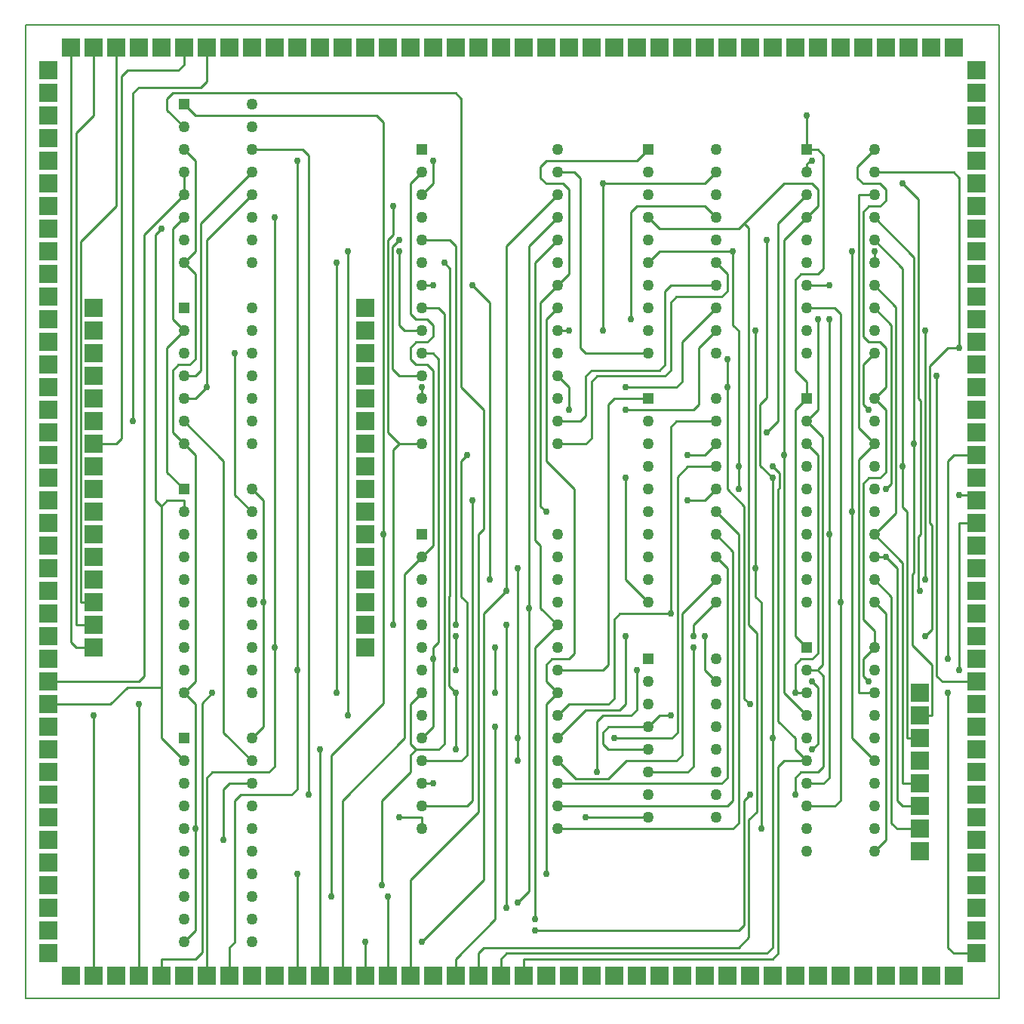
<source format=gbr>
G04 PROTEUS GERBER X2 FILE*
%TF.GenerationSoftware,Labcenter,Proteus,8.13-SP0-Build31525*%
%TF.CreationDate,2022-07-19T01:12:19+00:00*%
%TF.FileFunction,Copper,L2,Bot*%
%TF.FilePolarity,Positive*%
%TF.Part,Single*%
%TF.SameCoordinates,{d59f61b6-e7c8-4c59-9098-5d1a923f3759}*%
%FSLAX45Y45*%
%MOMM*%
G01*
%TA.AperFunction,Conductor*%
%ADD10C,0.254000*%
%TA.AperFunction,ViaPad*%
%ADD11C,0.762000*%
%TA.AperFunction,ComponentPad*%
%ADD12R,2.032000X2.032000*%
%TA.AperFunction,ComponentPad*%
%ADD13R,1.270000X1.270000*%
%ADD14C,1.270000*%
%TA.AperFunction,Profile*%
%ADD15C,0.203200*%
%TD.AperFunction*%
D10*
X-1270000Y+2794000D02*
X-1346200Y+2717800D01*
X-1346200Y+1346200D01*
X-1270000Y+1270000D01*
X-1016000Y+1270000D01*
X+1333500Y+1905000D02*
X+1333500Y+3111500D01*
X+1397000Y+3175000D01*
X+2159000Y+3175000D01*
X+2286000Y+3048000D01*
X-1016000Y+1143000D02*
X-1016000Y+1016000D01*
X+508000Y+508000D02*
X+825500Y+508000D01*
X+889000Y+571500D01*
X+889000Y+1206500D01*
X+952500Y+1270000D01*
X+1714500Y+1270000D01*
X+1778000Y+1333500D01*
X+1778000Y+2095500D01*
X+1841500Y+2159000D01*
X+2349500Y+2159000D01*
X+2413000Y+2222500D01*
X+2413000Y+2413000D01*
X+2286000Y+2540000D01*
X+508000Y+762000D02*
X+762000Y+762000D01*
X+825500Y+825500D01*
X+825500Y+1270000D01*
X+889000Y+1333500D01*
X+1651000Y+1333500D01*
X+1714500Y+1397000D01*
X+1714500Y+2222500D01*
X+1778000Y+2286000D01*
X+2286000Y+2286000D01*
X+1270000Y+1143000D02*
X+1841500Y+1143000D01*
X+1905000Y+1206500D01*
X+1905000Y+1651000D01*
X+2286000Y+2032000D01*
X+1270000Y+889000D02*
X+2032000Y+889000D01*
X+2095500Y+952500D01*
X+2095500Y+1587500D01*
X+2286000Y+1778000D01*
X+635000Y+889000D02*
X+635000Y+1143000D01*
X+508000Y+1270000D01*
X-508000Y+381000D02*
X-571500Y+317500D01*
X-571500Y-1206500D01*
X-508000Y-1270000D01*
X-508000Y-2984500D01*
X-571500Y-3048000D01*
X-1016000Y-3048000D01*
X+1968500Y+381000D02*
X+2158999Y+381000D01*
X+2286000Y+508000D01*
X+2286000Y+508001D01*
X+1143000Y-2794000D02*
X+1790700Y-2794000D01*
X+1854200Y-2730500D01*
X+1854200Y+139700D01*
X+1968500Y+254000D01*
X+2286000Y+254000D01*
X-889000Y-3302000D02*
X-1016000Y-3302000D01*
X-444500Y-127000D02*
X-444500Y-3492500D01*
X-508000Y-3556000D01*
X-1016000Y-3556000D01*
X+1968500Y-127000D02*
X+2159000Y-127000D01*
X+2286000Y+0D01*
X+508000Y-3810000D02*
X+2476500Y-3810000D01*
X+2540000Y-3746500D01*
X+2540000Y-508000D01*
X+2286000Y-254000D01*
X+2286000Y-508000D02*
X+2476500Y-698500D01*
X+2476500Y-3492500D01*
X+2413000Y-3556000D01*
X+508000Y-3556000D01*
X+2286000Y-762000D02*
X+2413000Y-889000D01*
X+2413000Y-3238500D01*
X+2349500Y-3302000D01*
X+508000Y-3302000D01*
X+2286000Y-1016000D02*
X+1905000Y-1397000D01*
X+1905000Y-2984500D01*
X+1841500Y-3048000D01*
X+1282700Y-3048000D01*
X+1079500Y-3251200D01*
X+711200Y-3251200D01*
X+508000Y-3048000D01*
X+1270000Y-1651000D02*
X+1270000Y-2413000D01*
X+1206500Y-2476500D01*
X+825500Y-2476500D01*
X+508000Y-2794000D01*
X+2032000Y-1651000D02*
X+2032000Y-1524000D01*
X+2286000Y-1270000D01*
X-889000Y-1905000D02*
X-889000Y-1778000D01*
X-825500Y-1714500D01*
X-825500Y+1460500D01*
X-889000Y+1524000D01*
X-1016000Y+1524000D01*
X-1016000Y-2794000D02*
X-889000Y-2667000D01*
X-889000Y-1905000D01*
X+508000Y-2286000D02*
X+381000Y-2159000D01*
X+381000Y-1968500D01*
X+444500Y-1905000D01*
X+635000Y-1905000D01*
X+698500Y-1841500D01*
X+698500Y+0D01*
X+381000Y+317500D01*
X+381000Y+1905000D01*
X+508000Y+2032000D01*
X-2413000Y-4318000D02*
X-2413000Y-5461000D01*
X+508000Y-2286000D02*
X+381000Y-2413000D01*
X+381000Y-4318000D01*
X-635000Y-2286000D02*
X-635000Y-2921000D01*
X-2159000Y-2921000D02*
X-2159000Y-5461000D01*
X-190500Y-2286000D02*
X-190500Y-1778000D01*
X-635000Y-2286000D02*
X-711200Y-2209800D01*
X-711200Y-1206500D01*
X-698500Y-1193800D01*
X-698500Y+2476500D01*
X-762000Y+2540000D01*
X-1016000Y-762000D02*
X-1206500Y-952500D01*
X-1206500Y-2794000D01*
X-1905000Y-3492500D01*
X-1905000Y-5461000D01*
X-1016000Y-762000D02*
X-889000Y-635000D01*
X-889000Y+1333500D01*
X-952500Y+1397000D01*
X-1079500Y+1397000D01*
X-1143000Y+1460500D01*
X-1143000Y+1587500D01*
X-1079500Y+1651000D01*
X-952500Y+1651000D01*
X-889000Y+1714500D01*
X-889000Y+1841500D01*
X-952500Y+1905000D01*
X-1079500Y+1905000D01*
X-1143000Y+1968500D01*
X-1143000Y+3429000D01*
X-1016000Y+3556000D01*
X-63500Y-1016000D02*
X-63500Y+2730501D01*
X+508000Y+3302000D01*
X+508000Y+3302001D01*
X-63500Y-1016000D02*
X-63500Y-1143000D01*
X-1016000Y-5080000D02*
X-317500Y-4381500D01*
X-317500Y-1397000D01*
X-63500Y-1143000D01*
X-1651000Y-5080000D02*
X-1651000Y-5461000D01*
X-1447801Y-508000D02*
X-1447801Y+4114801D01*
X-1524000Y+4191000D01*
X-3556000Y+4191000D01*
X-3683000Y+4318000D01*
X-1447801Y-508000D02*
X-1447801Y-2400301D01*
X-2032000Y-2984500D01*
X-2032000Y-4572000D01*
X-1397000Y-4572000D02*
X-1397000Y-5461000D01*
X-1143000Y-5461000D02*
X-1143000Y-4381500D01*
X-381000Y-3619500D01*
X-381000Y-508000D01*
X-317500Y-444500D01*
X-317500Y+889000D01*
X-571500Y+1143000D01*
X-571500Y+4381500D01*
X-635000Y+4445000D01*
X-3810000Y+4445000D01*
X-3873500Y+4381500D01*
X-3873500Y+4254500D01*
X-3683000Y+4064000D01*
X-1270000Y+2667000D02*
X-1270000Y+1841500D01*
X-1206500Y+1778000D01*
X-1016000Y+1778000D01*
X-1841500Y-2540000D02*
X-1841500Y+2667000D01*
X-4699000Y-2540000D02*
X-4699000Y-5461000D01*
X-1079500Y-2921000D02*
X-825500Y-2921000D01*
X-762000Y-2857500D01*
X-762000Y+1968500D01*
X-825500Y+2032000D01*
X-1016000Y+2032000D01*
X-1016000Y-2286000D02*
X-1143000Y-2413000D01*
X-1143000Y-2857500D01*
X-1079500Y-2921000D01*
X-1143000Y-2984500D01*
X-1143000Y-3175000D01*
X-1460500Y-3492500D01*
X-1460500Y-4445000D01*
X-4191000Y-2413000D02*
X-4191000Y-5461000D01*
X-444500Y+2286000D02*
X-254000Y+2095500D01*
X-254000Y-1016000D01*
X-889000Y+2286000D02*
X-1016000Y+2286000D01*
X-635000Y-1651000D02*
X-635000Y-2032000D01*
X-3365500Y-2286000D02*
X-3479800Y-2400300D01*
X-3479800Y-5194300D01*
X-3556000Y-5270500D01*
X-3937000Y-5270500D01*
X-3937000Y-5461000D01*
X-1968500Y-2286000D02*
X-1968500Y+2540000D01*
X-635000Y-1524000D02*
X-635000Y+2730500D01*
X-698500Y+2794000D01*
X-1016000Y+2794000D01*
X-63500Y-4699000D02*
X-63500Y-1524000D01*
X-2667000Y-1778000D02*
X-2667000Y-3111500D01*
X-2730500Y-3175000D01*
X-3365500Y-3175000D01*
X-3429000Y-3238500D01*
X-3429000Y-5461000D01*
X-2667000Y-1778000D02*
X-2667000Y+3048000D01*
X-2413000Y-2032000D02*
X-2413000Y-3365500D01*
X-2476500Y-3429000D01*
X-3048000Y-3429000D01*
X-3111500Y-3492500D01*
X-3111500Y-5080000D01*
X-3175000Y-5143500D01*
X-3175000Y-5461000D01*
X-2413000Y-1905000D02*
X-2413000Y+3683000D01*
X-889000Y+3683000D02*
X-889000Y+3429000D01*
X-1016000Y+3302000D01*
X-2413000Y-1905000D02*
X-2413000Y-2032000D01*
X+190500Y-1333500D02*
X+190500Y+2730501D01*
X+508000Y+3048000D01*
X+508000Y+3048001D01*
X+190500Y-1460500D02*
X+190500Y-1333500D01*
X+190500Y-1460500D02*
X+190500Y-4508500D01*
X+63500Y-4635500D01*
X+508000Y-1524000D02*
X+317500Y-1333499D01*
X+317500Y-635000D01*
X+254000Y-571500D01*
X+254000Y+2540001D01*
X+508000Y+2794000D01*
X+508000Y+2794001D01*
X+508000Y-1523999D02*
X+508000Y-1524000D01*
X+254000Y-1777999D01*
X+254000Y-4826000D01*
X+3302000Y+762000D02*
X+3479800Y+584200D01*
X+3479800Y-1968500D01*
X+3429000Y-2019300D01*
X+3429000Y-2032000D01*
X+3175000Y-3429000D02*
X+3175000Y-3238500D01*
X+3238500Y-3175000D01*
X+3429000Y-3175000D01*
X+3492500Y-3111500D01*
X+3492500Y-2095500D01*
X+3429000Y-2032000D01*
X+3302000Y-2032000D01*
X+3302000Y+762000D02*
X+3429000Y+889000D01*
X+3429000Y+1905000D01*
X+3302000Y+3556000D02*
X+3302000Y+3644900D01*
X+3340100Y+3683000D01*
X+3365500Y+3683000D01*
X+2667000Y-3429000D02*
X+2603500Y-3492500D01*
X+2603500Y-4889500D01*
X+2540000Y-4953000D01*
X+254000Y-4953000D01*
X+3302000Y+3302000D02*
X+2984500Y+2984500D01*
X+2984500Y+762000D01*
X+2857500Y+635000D01*
X+3302000Y+508000D02*
X+3429000Y+381000D01*
X+3429000Y-1841500D01*
X+3365500Y-1905000D01*
X+3238500Y-1905000D01*
X+3175000Y-1968500D01*
X+3175000Y-2286000D01*
X+3302000Y-2286000D01*
X-190500Y-2667000D02*
X-190500Y-4826000D01*
X-635000Y-5270500D01*
X-635000Y-5461000D01*
X+2603500Y+2984500D02*
X+2540000Y+2921000D01*
X+1651000Y+2921000D01*
X+1524000Y+3048000D01*
X+3048000Y+381000D02*
X+3048000Y-2286000D01*
X+3302000Y-2540000D01*
X+3302000Y+3048000D02*
X+3048000Y+2794000D01*
X+3048000Y+381000D01*
X+3302000Y+3048000D02*
X+3429000Y+3175000D01*
X+3429000Y+3365500D01*
X+3365500Y+3429000D01*
X+3048000Y+3429000D01*
X+2603500Y+2984500D01*
X+2654300Y+2933700D01*
X+2654300Y-1524000D01*
X+2743200Y-1612900D01*
X+2743200Y-3619500D01*
X+2654300Y-3708400D01*
X+2654300Y-5029200D01*
X+2540000Y-5143500D01*
X-317500Y-5143500D01*
X-381000Y-5207000D01*
X-381000Y-5461000D01*
X+2921000Y-2921000D02*
X+2921000Y-5143500D01*
X+2857500Y-5207000D01*
X-63500Y-5207000D01*
X-127000Y-5270500D01*
X-127000Y-5461000D01*
X+2921000Y+127000D02*
X+2781300Y+266700D01*
X+2781300Y+952500D01*
X+2857500Y+1028700D01*
X+2857500Y+2794000D01*
X+2921000Y-2921000D02*
X+2921000Y-2794000D01*
X+2921000Y+127000D02*
X+2921000Y-2794000D01*
X+3302000Y-3048000D02*
X+3048000Y-3048000D01*
X+2984500Y-3111500D01*
X+2984500Y-5207000D01*
X+2921000Y-5270500D01*
X+127000Y-5270500D01*
X+127000Y-5461000D01*
X+3302000Y-3048000D02*
X+3175000Y-2921000D01*
X+3175000Y-2794000D01*
X+2984500Y-2603500D01*
X+2984500Y-254000D01*
X+2540000Y+0D02*
X+2540000Y+254000D01*
X+2476500Y+2667000D02*
X+1651000Y+2667000D01*
X+1524000Y+2540000D01*
X+2984500Y-254000D02*
X+2984500Y+0D01*
X+2997200Y+12700D01*
X+2997200Y+177800D01*
X+2921000Y+254000D01*
X+2476500Y+2667000D02*
X+2476500Y+1841500D01*
X+2540000Y+1778000D01*
X+2540000Y+254000D01*
X+3302000Y-3302000D02*
X+3492500Y-3302000D01*
X+3556000Y-3238500D01*
X+3556000Y-508000D01*
X+3556000Y+1905000D01*
X+3302000Y+2286000D02*
X+3556000Y+2286000D01*
X+3302000Y+2032000D02*
X+3619500Y+2032000D01*
X+3683000Y+1968500D01*
X+3683000Y-1270000D01*
X+3302000Y-3556000D02*
X+3619500Y-3556000D01*
X+3683000Y-3492500D01*
X+3683000Y-1270000D01*
X+2730500Y-889000D02*
X+2730500Y-1206500D01*
X+2794000Y-1270000D01*
X+2794000Y-3810000D01*
X+2730500Y-889000D02*
X+2730500Y+1778000D01*
X+4064000Y+508000D02*
X+3886200Y+330201D01*
X+3886200Y-2285999D01*
X+4064000Y-2286000D01*
X+4064000Y-2285999D01*
X+4064000Y+508001D02*
X+4064000Y+508000D01*
X+3886200Y+685801D01*
X+3886200Y+3302001D01*
X+4064000Y+3302000D01*
X+4064000Y+3302001D01*
X+4508500Y+508000D02*
X+4508500Y+2603500D01*
X+4064000Y+3048000D01*
X+4572000Y-2540000D02*
X+4711700Y-2540000D01*
X+4711700Y-1968500D01*
X+4489450Y-1746250D01*
X+4489450Y-952500D01*
X+4508500Y-933450D01*
X+4508500Y+508000D01*
X+4381500Y+254000D02*
X+4381500Y+2476500D01*
X+4064000Y+2794000D01*
X+4572000Y-2794000D02*
X+4432300Y-2794000D01*
X+4432300Y-254000D01*
X+4381500Y-203200D01*
X+4381500Y+254000D01*
X+4064000Y-3048000D02*
X+3810000Y-2794000D01*
X+3810000Y-381000D01*
X+3810000Y-254000D01*
X+3810000Y+2667000D02*
X+3810000Y-254000D01*
X+4064000Y+2667000D02*
X+4064000Y+2540000D01*
X+4064000Y-508000D02*
X+4381500Y-825500D01*
X+4381500Y-3302000D01*
X+4572000Y-3302000D01*
X+4064000Y-508000D02*
X+4305300Y-266700D01*
X+4305300Y+2044700D01*
X+4064000Y+2286000D01*
X+4191000Y+0D02*
X+4254500Y+63500D01*
X+4254500Y+1841500D01*
X+4064000Y+2032000D01*
X+4191000Y-762000D02*
X+4064000Y-762000D01*
X+4572000Y-3556000D02*
X+4381500Y-3556000D01*
X+4318000Y-3492500D01*
X+4318000Y-889000D01*
X+4191000Y-762000D01*
X+4064000Y-1016000D02*
X+4254500Y-1206500D01*
X+4254500Y-3746500D01*
X+4318000Y-3810000D01*
X+4572000Y-3810000D01*
X+4635500Y-1016000D02*
X+4635500Y+1778000D01*
X+4000500Y+889000D02*
X+3937000Y+952500D01*
X+3937000Y+1397000D01*
X+4064000Y+1524000D01*
X+4064000Y-1270000D02*
X+4191000Y-1397000D01*
X+4191000Y-3937000D01*
X+4064000Y-4064000D01*
X-3683000Y+2540000D02*
X-3556000Y+2413000D01*
X-3556000Y+1460500D01*
X-3619500Y+1397000D01*
X-3746500Y+1397000D01*
X-3810000Y+1333500D01*
X-3810000Y+635000D01*
X-3683000Y+508000D01*
X-3556000Y-3810000D02*
X-3556000Y-4953000D01*
X-3683000Y-5080000D01*
X-3683000Y-2286000D02*
X-3556000Y-2413000D01*
X-3556000Y-3810000D01*
X-3683000Y+508000D02*
X-3556000Y+381000D01*
X-3556000Y-2159000D01*
X-3683000Y-2286000D01*
X-3683000Y+2540000D02*
X-3556000Y+2667000D01*
X-3556000Y+3683000D01*
X-3683000Y+3810000D01*
X+508000Y+3556001D02*
X+508000Y+3556000D01*
X+698499Y+3556001D01*
X+762000Y+3492500D01*
X+762000Y+1587500D01*
X+825500Y+1524000D01*
X+1524000Y+1524000D01*
X-1270000Y+508000D02*
X-1397000Y+635000D01*
X-1397000Y+2794000D01*
X-1333500Y+2857500D01*
X-1333500Y+3175000D01*
X+1524000Y-3683000D02*
X+825500Y-3683000D01*
X-1016000Y+508000D02*
X-1270000Y+508000D01*
X-1333500Y+444500D01*
X-1333500Y-1524000D01*
X-1016000Y-3683000D02*
X-1270000Y-3683000D01*
X-1016000Y-3810000D02*
X-1016000Y-3683000D01*
X+1524000Y-1270000D02*
X+1270000Y-1016000D01*
X+1270000Y+127000D01*
X-4254500Y+762000D02*
X-4254500Y+4445000D01*
X-4191000Y+4508500D01*
X-3492500Y+4508500D01*
X-3429000Y+4572000D01*
X-3429000Y+4953000D01*
X-4699000Y+508000D02*
X-4445000Y+508000D01*
X-4381500Y+571500D01*
X-4381500Y+4635500D01*
X-4318000Y+4699000D01*
X-3746500Y+4699000D01*
X-3683000Y+4762500D01*
X-3683000Y+4953000D01*
X-3683000Y+3302000D02*
X-4127500Y+2857500D01*
X-4127500Y-2095500D01*
X-4191000Y-2159000D01*
X-5207000Y-2159000D01*
X-3683000Y+3302000D02*
X-3683000Y+3556000D01*
X-3937000Y-2222500D02*
X-3937000Y-190500D01*
X-3937000Y+2921000D02*
X-4000500Y+2857500D01*
X-4000500Y-127000D01*
X-3937000Y-190500D01*
X-3937000Y-2222500D02*
X-3937000Y-2794000D01*
X-3683000Y-3048000D01*
X-3937000Y-2222500D02*
X-4318000Y-2222500D01*
X-4508500Y-2413000D01*
X-5207000Y-2413000D01*
X+3302000Y+1016000D02*
X+3175000Y+889000D01*
X+3175000Y-1651000D01*
X+3302000Y-1778000D01*
X+3302000Y+3810000D02*
X+3429000Y+3810000D01*
X+3492500Y+3746500D01*
X+3492500Y+2476500D01*
X+3429000Y+2413000D01*
X+3238500Y+2413000D01*
X+3175000Y+2349500D01*
X+3175000Y+1333500D01*
X+3302000Y+1206500D01*
X+3302000Y+1016000D01*
X+3302000Y+3810000D02*
X+3302000Y+4191000D01*
X-3937000Y-190500D02*
X-3873500Y-127000D01*
X-3683000Y-127000D01*
X-3683000Y-254000D01*
X-4699000Y-1524000D02*
X-4889500Y-1524000D01*
X-4889500Y+4000500D01*
X-4699000Y+4191000D01*
X-4699000Y+4953000D01*
X-4699000Y-1270000D02*
X-4838700Y-1270000D01*
X-4838700Y+2781300D01*
X-4445000Y+3175000D01*
X-4445000Y+4953000D01*
X-4699000Y-1778000D02*
X-4889500Y-1778000D01*
X-4953000Y-1714500D01*
X-4953000Y+4953000D01*
X-2286000Y-3429000D02*
X-2286000Y+3746501D01*
X-2349500Y+3810001D01*
X-2921000Y+3810000D01*
X-2921000Y+3810001D01*
X+4889500Y-1905000D02*
X+4889500Y+317500D01*
X+4953000Y+381000D01*
X+5207000Y+381000D01*
X+1524000Y-2667000D02*
X+1651000Y-2540000D01*
X+1778000Y-2540000D01*
X+1524000Y-2667000D02*
X+1079500Y-2667000D01*
X+1016000Y-2730500D01*
X+1016000Y-2857500D01*
X+1079500Y-2921000D01*
X+1397000Y-2921000D01*
X+1524000Y-2921000D02*
X+1397000Y-2921000D01*
X+5016500Y+1587500D02*
X+5016500Y+3492501D01*
X+4953000Y+3556001D01*
X+4064000Y+3556000D01*
X+4064000Y+3556001D01*
X+4889500Y+1587500D02*
X+4686300Y+1384300D01*
X+4686300Y-381000D01*
X+4711700Y-406400D01*
X+4711700Y-1574800D01*
X+4635500Y-1651000D01*
X+2159000Y-1651000D02*
X+2159000Y-2031999D01*
X+2286000Y-2159000D01*
X+2286000Y-2158999D01*
X+4889500Y+1587500D02*
X+5016500Y+1587500D01*
X+2413000Y+1143000D02*
X+2413000Y+1460500D01*
X+5016500Y-63500D02*
X+5143500Y-63500D01*
X+5207000Y-127000D01*
X+2413000Y+1143000D02*
X+2413000Y+0D01*
X+2603500Y-190500D01*
X+2603500Y-2349500D01*
X+2667000Y-2413000D01*
X+5016500Y-2032000D02*
X+5016500Y-381000D01*
X+5207000Y-381000D01*
X-2921000Y-3047999D02*
X-2921000Y-3048000D01*
X-3238500Y-2730499D01*
X-3238500Y+317500D01*
X-3683000Y+762000D01*
X+508000Y-2540000D02*
X+635000Y-2413000D01*
X+1079500Y-2413000D01*
X+1143000Y-2349500D01*
X+1143000Y-1460500D01*
X+1206500Y-1397000D01*
X+1778000Y-1397000D01*
X+1778000Y-1270000D02*
X+1778000Y-1397000D01*
X+1778000Y-1270000D02*
X+1778000Y+698501D01*
X+1841500Y+762001D01*
X+2286000Y+762000D01*
X+2286000Y+762001D01*
X-3683000Y+1270000D02*
X-3556000Y+1270000D01*
X-3492500Y+1333500D01*
X-3492500Y+2984500D01*
X-2921000Y+3556000D01*
X+4762500Y+1270000D02*
X+4762500Y-2095500D01*
X+4826000Y-2159000D01*
X+5207000Y-2159000D01*
X-3429000Y+1143000D02*
X-3429000Y+2794000D01*
X-2921000Y+3302000D01*
X-3429000Y+1143000D02*
X-3556000Y+1016000D01*
X-3683000Y+1016000D01*
X+508000Y-2032000D02*
X+1016000Y-2032000D01*
X+1079500Y-1968500D01*
X+1079500Y+952500D01*
X+1143000Y+1016000D01*
X+1524000Y+1016000D01*
X-3238500Y-3937000D02*
X-3238500Y-3365499D01*
X-3175000Y-3301999D01*
X-2921000Y-3302000D01*
X-2921000Y-3301999D01*
X+1397000Y-2032000D02*
X+1397000Y-2476500D01*
X+1333500Y-2540000D01*
X+1016000Y-2540000D01*
X+952500Y-2603500D01*
X+952500Y-3175000D01*
X+3365500Y-2159000D02*
X+3429000Y-2222500D01*
X+3429000Y-2857500D01*
X+3365500Y-2921000D01*
X+63500Y-2794000D02*
X+63500Y-889000D01*
X+63500Y-2794000D02*
X+63500Y-3048000D01*
X+1016000Y+3429000D02*
X+2158999Y+3429000D01*
X+2286000Y+3556000D01*
X+2286000Y+3556001D01*
X-3111500Y+1524000D02*
X-3111500Y-63499D01*
X-2921000Y-254000D01*
X-2921000Y-253999D01*
X+1016000Y+2921000D02*
X+1016000Y+3429000D01*
X+1016000Y+2921000D02*
X+1016000Y+1778000D01*
X+508000Y+1778000D02*
X+635000Y+1778000D01*
X+4381500Y+3429000D02*
X+4559300Y+3251200D01*
X+4559300Y+1016000D01*
X+4584700Y+990600D01*
X+4584700Y-508000D01*
X+4559300Y-533400D01*
X+4559300Y-1117599D01*
X+4572000Y-1117599D01*
X+4572000Y-1143000D01*
X+508000Y+2286000D02*
X+635000Y+2413000D01*
X+635000Y+3365500D01*
X+571500Y+3429000D01*
X+381000Y+3429000D01*
X+317500Y+3492500D01*
X+317500Y+3619500D01*
X+381000Y+3683000D01*
X+1397000Y+3683000D01*
X+1524000Y+3810000D01*
X+508000Y+2286000D02*
X+317500Y+2095500D01*
X+317500Y-190500D01*
X+381000Y-254000D01*
X+2032000Y-1778000D02*
X+2032000Y-3111500D01*
X+1968500Y-3175000D01*
X+1524000Y-3175000D01*
X+4064000Y+3810000D02*
X+3873500Y+3619500D01*
X+3873500Y+3492500D01*
X+3937000Y+3429000D01*
X+4127500Y+3429000D01*
X+4191000Y+3365500D01*
X+4191000Y+3238500D01*
X+4127500Y+3175000D01*
X+4000500Y+3175000D01*
X+3937000Y+3111500D01*
X+3937000Y+1714500D01*
X+4000500Y+1651000D01*
X+4127500Y+1651000D01*
X+4191000Y+1587500D01*
X+4191000Y+1143000D01*
X+4064000Y+1016000D01*
X+4191000Y+889000D01*
X+4191000Y+190500D01*
X+4127500Y+127000D01*
X+4000500Y+127000D01*
X+3937000Y+63500D01*
X+3937000Y-1460500D01*
X+4064000Y-1587500D01*
X+4064000Y-1778000D01*
X-2921000Y-2794000D02*
X-2794000Y-2667000D01*
X-2794000Y-1270000D01*
X+4064000Y-1778000D02*
X+3937000Y-1905000D01*
X+3937000Y-2095500D01*
X+4000500Y-2159000D01*
X+4889500Y-2286000D02*
X+4889500Y-5143500D01*
X+4953000Y-5207000D01*
X+5207000Y-5207000D01*
X-3683000Y+1778000D02*
X-3873500Y+1587500D01*
X-3873500Y+190500D01*
X-3683000Y+0D01*
X-2921000Y+0D02*
X-2794000Y-127000D01*
X-2794000Y-1270000D01*
X-3683000Y+3048000D02*
X-3810000Y+2921000D01*
X-3810000Y+1905000D01*
X-3683000Y+1778000D01*
D11*
X-1270000Y+2794000D03*
X+1333500Y+1905000D03*
X-1016000Y+1143000D03*
X+1270000Y+1143000D03*
X+1270000Y+889000D03*
X+635000Y+889000D03*
X-508000Y+381000D03*
X+1968500Y+381000D03*
X+1143000Y-2794000D03*
X-889000Y-3302000D03*
X-444500Y-127000D03*
X+1968500Y-127000D03*
X+1270000Y-1651000D03*
X+2032000Y-1651000D03*
X-889000Y-1905000D03*
X-2413000Y-4318000D03*
X+381000Y-4318000D03*
X-635000Y-2921000D03*
X-2159000Y-2921000D03*
X-190500Y-1778000D03*
X-190500Y-2286000D03*
X-762000Y+2540000D03*
X-635000Y-2286000D03*
X-63500Y-1143000D03*
X-1016000Y-5080000D03*
X-1651000Y-5080000D03*
X-2032000Y-4572000D03*
X-1397000Y-4572000D03*
X-1447801Y-508000D03*
X-1270000Y+2667000D03*
X-1841500Y+2667000D03*
X-1841500Y-2540000D03*
X-4699000Y-2540000D03*
X-1460500Y-4445000D03*
X-4191000Y-2413000D03*
X-254000Y-1016000D03*
X-444500Y+2286000D03*
X-889000Y+2286000D03*
X-635000Y-2032000D03*
X-635000Y-1651000D03*
X-3365500Y-2286000D03*
X-1968500Y+2540000D03*
X-1968500Y-2286000D03*
X-63500Y-1524000D03*
X-63500Y-4699000D03*
X-635000Y-1524000D03*
X-2667000Y+3048000D03*
X-2667000Y-1778000D03*
X-2413000Y-2032000D03*
X-2413000Y+3683000D03*
X-889000Y+3683000D03*
X+190500Y-1333500D03*
X+63500Y-4635500D03*
X+254000Y-4826000D03*
X+3429000Y+1905000D03*
X+3365500Y+3683000D03*
X+254000Y-4953000D03*
X+2667000Y-3429000D03*
X+3175000Y-3429000D03*
X-190500Y-2667000D03*
X+3175000Y-2286000D03*
X+2857500Y+635000D03*
X+3048000Y+381000D03*
X+2857500Y+2794000D03*
X+2921000Y-2794000D03*
X+2921000Y+127000D03*
X+2921000Y+254000D03*
X+2540000Y+254000D03*
X+2540000Y+0D03*
X+2476500Y+2667000D03*
X+3556000Y+1905000D03*
X+3556000Y+2286000D03*
X+3556000Y-508000D03*
X+3683000Y-1270000D03*
X+2794000Y-3810000D03*
X+2730500Y+1778000D03*
X+2730500Y-889000D03*
X+4508500Y+508000D03*
X+4381500Y+254000D03*
X+3810000Y-254000D03*
X+3810000Y+2667000D03*
X+4064000Y+2667000D03*
X+4191000Y+0D03*
X+4191000Y-762000D03*
X+4635500Y+1778000D03*
X+4635500Y-1016000D03*
X+4000500Y+889000D03*
X+825500Y-3683000D03*
X-1333500Y-1524000D03*
X-3556000Y-3810000D03*
X-1270000Y-3683000D03*
X+1270000Y+127000D03*
X-1333500Y+3175000D03*
X-4254500Y+762000D03*
X+3302000Y+4191000D03*
X-3937000Y+2921000D03*
X-2286000Y-3429000D03*
X+4889500Y-1905000D03*
X+1778000Y-2540000D03*
X+4635500Y-1651000D03*
X+2159000Y-1651000D03*
X+5016500Y+1587500D03*
X+2413000Y+1460500D03*
X+5016500Y-63500D03*
X+2667000Y-2413000D03*
X+2413000Y+1143000D03*
X+5016500Y-2032000D03*
X+1778000Y-1397000D03*
X+4762500Y+1270000D03*
X-3429000Y+1143000D03*
X-3238500Y-3937000D03*
X+952500Y-3175000D03*
X+1397000Y-2032000D03*
X+3365500Y-2921000D03*
X+3365500Y-2159000D03*
X+63500Y-889000D03*
X+63500Y-3048000D03*
X+63500Y-2794000D03*
X+1016000Y+3429000D03*
X+1016000Y+1778000D03*
X+635000Y+1778000D03*
X-3111500Y+1524000D03*
X+4572000Y-1143000D03*
X+4381500Y+3429000D03*
X+381000Y-254000D03*
X+4000500Y-2159000D03*
X+4889500Y-2286000D03*
X+2032000Y-1778000D03*
X-2794000Y-1270000D03*
D12*
X-2921000Y+4953000D03*
X-2667000Y+4953000D03*
X-2413000Y+4953000D03*
X-2159000Y+4953000D03*
X-1905000Y+4953000D03*
X-1651000Y+4953000D03*
X-1397000Y+4953000D03*
X-1143000Y+4953000D03*
X-889000Y+4953000D03*
X-635000Y+4953000D03*
X-381000Y+4953000D03*
X-127000Y+4953000D03*
X+127000Y+4953000D03*
X+381000Y+4953000D03*
X+635000Y+4953000D03*
X+889000Y+4953000D03*
X+1143000Y+4953000D03*
X+1397000Y+4953000D03*
X+1651000Y+4953000D03*
X+1905000Y+4953000D03*
X+2159000Y+4953000D03*
X+2413000Y+4953000D03*
X+2667000Y+4953000D03*
X+2921000Y+4953000D03*
X+3175000Y+4953000D03*
X+3429000Y+4953000D03*
X+3683000Y+4953000D03*
X+3937000Y+4953000D03*
X+4191000Y+4953000D03*
X+4445000Y+4953000D03*
X+4699000Y+4953000D03*
X+4953000Y+4953000D03*
X-4953000Y+4953000D03*
X-4699000Y+4953000D03*
X-4445000Y+4953000D03*
X-4191000Y+4953000D03*
X-3937000Y+4953000D03*
X-3683000Y+4953000D03*
X-3429000Y+4953000D03*
X-3175000Y+4953000D03*
X-4953000Y-5461000D03*
X-4699000Y-5461000D03*
X-4445000Y-5461000D03*
X-4191000Y-5461000D03*
X-3937000Y-5461000D03*
X-3683000Y-5461000D03*
X-3429000Y-5461000D03*
X-3175000Y-5461000D03*
X-2921000Y-5461000D03*
X-2667000Y-5461000D03*
X-2413000Y-5461000D03*
X-2159000Y-5461000D03*
X-1905000Y-5461000D03*
X-1651000Y-5461000D03*
X-1397000Y-5461000D03*
X-1143000Y-5461000D03*
X-889000Y-5461000D03*
X-635000Y-5461000D03*
X-381000Y-5461000D03*
X-127000Y-5461000D03*
X+127000Y-5461000D03*
X+381000Y-5461000D03*
X+635000Y-5461000D03*
X+889000Y-5461000D03*
X+1143000Y-5461000D03*
X+1397000Y-5461000D03*
X+1651000Y-5461000D03*
X+1905000Y-5461000D03*
X+2159000Y-5461000D03*
X+2413000Y-5461000D03*
X+2667000Y-5461000D03*
X+2921000Y-5461000D03*
X+3175000Y-5461000D03*
X+3429000Y-5461000D03*
X+3683000Y-5461000D03*
X+3937000Y-5461000D03*
X+4191000Y-5461000D03*
X+4445000Y-5461000D03*
X+4699000Y-5461000D03*
X+4953000Y-5461000D03*
X-5207000Y+4699000D03*
X-5207000Y+4445000D03*
X-5207000Y+4191000D03*
X-5207000Y+3937000D03*
X-5207000Y+3683000D03*
X-5207000Y+3429000D03*
X-5207000Y+3175000D03*
X-5207000Y+2921000D03*
X-5207000Y+2667000D03*
X-5207000Y+2413000D03*
X-5207000Y+2159000D03*
X-5207000Y+1905000D03*
X-5207000Y+1651000D03*
X-5207000Y+1397000D03*
X-5207000Y+1143000D03*
X-5207000Y+889000D03*
X-5207000Y+635000D03*
X-5207000Y+381000D03*
X-5207000Y+127000D03*
X-5207000Y-127000D03*
X-5207000Y-381000D03*
X-5207000Y-635000D03*
X-5207000Y-889000D03*
X-5207000Y-1143000D03*
X-5207000Y-1397000D03*
X-5207000Y-1651000D03*
X-5207000Y-1905000D03*
X-5207000Y-2159000D03*
X-5207000Y-2413000D03*
X-5207000Y-2667000D03*
X-5207000Y-2921000D03*
X-5207000Y-3175000D03*
X-5207000Y-3429000D03*
X-5207000Y-3683000D03*
X-5207000Y-3937000D03*
X-5207000Y-4191000D03*
X-5207000Y-4445000D03*
X-5207000Y-4699000D03*
X-5207000Y-4953000D03*
X-5207000Y-5207000D03*
X+5207000Y+4699000D03*
X+5207000Y+4445000D03*
X+5207000Y+4191000D03*
X+5207000Y+3937000D03*
X+5207000Y+3683000D03*
X+5207000Y+3429000D03*
X+5207000Y+3175000D03*
X+5207000Y+2921000D03*
X+5207000Y+2667000D03*
X+5207000Y+2413000D03*
X+5207000Y+2159000D03*
X+5207000Y+1905000D03*
X+5207000Y+1651000D03*
X+5207000Y+1397000D03*
X+5207000Y+1143000D03*
X+5207000Y+889000D03*
X+5207000Y+635000D03*
X+5207000Y+381000D03*
X+5207000Y+127000D03*
X+5207000Y-127000D03*
X+5207000Y-381000D03*
X+5207000Y-635000D03*
X+5207000Y-889000D03*
X+5207000Y-1143000D03*
X+5207000Y-1397000D03*
X+5207000Y-1651000D03*
X+5207000Y-1905000D03*
X+5207000Y-2159000D03*
X+5207000Y-2413000D03*
X+5207000Y-2667000D03*
X+5207000Y-2921000D03*
X+5207000Y-3175000D03*
X+5207000Y-3429000D03*
X+5207000Y-3683000D03*
X+5207000Y-3937000D03*
X+5207000Y-4191000D03*
X+5207000Y-4445000D03*
X+5207000Y-4699000D03*
X+5207000Y-4953000D03*
X+5207000Y-5207000D03*
X-1651000Y-1778000D03*
X-1651000Y-1524000D03*
X-1651000Y-1270000D03*
X-1651000Y-1016000D03*
X-1651000Y-762000D03*
X-1651000Y-508000D03*
X-1651000Y-254000D03*
X-1651000Y+0D03*
X-4699000Y-1778000D03*
X-4699000Y-1524000D03*
X-4699000Y-1270000D03*
X-4699000Y-1016000D03*
X-4699000Y-762000D03*
X-4699000Y-508000D03*
X-4699000Y-254000D03*
X-4699000Y+0D03*
X-4699000Y+254000D03*
X-4699000Y+508000D03*
X-4699000Y+762000D03*
X-4699000Y+1016000D03*
X-4699000Y+1270000D03*
X-4699000Y+1524000D03*
X-4699000Y+1778000D03*
X-4699000Y+2032000D03*
X-1651000Y+254000D03*
X-1651000Y+508000D03*
X-1651000Y+762000D03*
X-1651000Y+1016000D03*
X-1651000Y+1270000D03*
X-1651000Y+1524000D03*
X-1651000Y+1778000D03*
X-1651000Y+2032000D03*
D13*
X-3683000Y+4318000D03*
D14*
X-3683000Y+4064000D03*
X-3683000Y+3810000D03*
X-3683000Y+3556000D03*
X-3683000Y+3302000D03*
X-3683000Y+3048000D03*
X-3683000Y+2794000D03*
X-3683000Y+2540000D03*
X-2921000Y+2540000D03*
X-2921000Y+2794000D03*
X-2921000Y+3048000D03*
X-2921000Y+3302000D03*
X-2921000Y+3556000D03*
X-2921000Y+3810000D03*
X-2921000Y+4064000D03*
X-2921000Y+4318000D03*
D13*
X-3683000Y+2032000D03*
D14*
X-3683000Y+1778000D03*
X-3683000Y+1524000D03*
X-3683000Y+1270000D03*
X-3683000Y+1016000D03*
X-3683000Y+762000D03*
X-3683000Y+508000D03*
X-2921000Y+508000D03*
X-2921000Y+762000D03*
X-2921000Y+1016000D03*
X-2921000Y+1270000D03*
X-2921000Y+1524000D03*
X-2921000Y+1778000D03*
X-2921000Y+2032000D03*
D13*
X-3683000Y+0D03*
D14*
X-3683000Y-254000D03*
X-3683000Y-508000D03*
X-3683000Y-762000D03*
X-3683000Y-1016000D03*
X-3683000Y-1270000D03*
X-3683000Y-1524000D03*
X-3683000Y-1778000D03*
X-3683000Y-2032000D03*
X-3683000Y-2286000D03*
X-2921000Y-2286000D03*
X-2921000Y-2032000D03*
X-2921000Y-1778000D03*
X-2921000Y-1524000D03*
X-2921000Y-1270000D03*
X-2921000Y-1016000D03*
X-2921000Y-762000D03*
X-2921000Y-508000D03*
X-2921000Y-254000D03*
X-2921000Y+0D03*
D13*
X-3683000Y-2794000D03*
D14*
X-3683000Y-3048000D03*
X-3683000Y-3302000D03*
X-3683000Y-3556000D03*
X-3683000Y-3810000D03*
X-3683000Y-4064000D03*
X-3683000Y-4318000D03*
X-3683000Y-4572000D03*
X-3683000Y-4826000D03*
X-3683000Y-5080000D03*
X-2921000Y-5080000D03*
X-2921000Y-4826000D03*
X-2921000Y-4572000D03*
X-2921000Y-4318000D03*
X-2921000Y-4064000D03*
X-2921000Y-3810000D03*
X-2921000Y-3556000D03*
X-2921000Y-3302000D03*
X-2921000Y-3048000D03*
X-2921000Y-2794000D03*
D13*
X-1016000Y+3810000D03*
D14*
X-1016000Y+3556000D03*
X-1016000Y+3302000D03*
X-1016000Y+3048000D03*
X-1016000Y+2794000D03*
X-1016000Y+2540000D03*
X-1016000Y+2286000D03*
X-1016000Y+2032000D03*
X-1016000Y+1778000D03*
X-1016000Y+1524000D03*
X-1016000Y+1270000D03*
X-1016000Y+1016000D03*
X-1016000Y+762000D03*
X-1016000Y+508000D03*
X+508000Y+508000D03*
X+508000Y+762000D03*
X+508000Y+1016000D03*
X+508000Y+1270000D03*
X+508000Y+1524000D03*
X+508000Y+1778000D03*
X+508000Y+2032000D03*
X+508000Y+2286000D03*
X+508000Y+2540000D03*
X+508000Y+2794000D03*
X+508000Y+3048000D03*
X+508000Y+3302000D03*
X+508000Y+3556000D03*
X+508000Y+3810000D03*
D13*
X-1016000Y-508000D03*
D14*
X-1016000Y-762000D03*
X-1016000Y-1016000D03*
X-1016000Y-1270000D03*
X-1016000Y-1524000D03*
X-1016000Y-1778000D03*
X-1016000Y-2032000D03*
X-1016000Y-2286000D03*
X-1016000Y-2540000D03*
X-1016000Y-2794000D03*
X-1016000Y-3048000D03*
X-1016000Y-3302000D03*
X-1016000Y-3556000D03*
X-1016000Y-3810000D03*
X+508000Y-3810000D03*
X+508000Y-3556000D03*
X+508000Y-3302000D03*
X+508000Y-3048000D03*
X+508000Y-2794000D03*
X+508000Y-2540000D03*
X+508000Y-2286000D03*
X+508000Y-2032000D03*
X+508000Y-1778000D03*
X+508000Y-1524000D03*
X+508000Y-1270000D03*
X+508000Y-1016000D03*
X+508000Y-762000D03*
X+508000Y-508000D03*
D13*
X+1524000Y+3810000D03*
D14*
X+1524000Y+3556000D03*
X+1524000Y+3302000D03*
X+1524000Y+3048000D03*
X+1524000Y+2794000D03*
X+1524000Y+2540000D03*
X+1524000Y+2286000D03*
X+1524000Y+2032000D03*
X+1524000Y+1778000D03*
X+1524000Y+1524000D03*
X+2286000Y+1524000D03*
X+2286000Y+1778000D03*
X+2286000Y+2032000D03*
X+2286000Y+2286000D03*
X+2286000Y+2540000D03*
X+2286000Y+2794000D03*
X+2286000Y+3048000D03*
X+2286000Y+3302000D03*
X+2286000Y+3556000D03*
X+2286000Y+3810000D03*
D13*
X+1524000Y+1016000D03*
D14*
X+1524000Y+762000D03*
X+1524000Y+508000D03*
X+1524000Y+254000D03*
X+1524000Y+0D03*
X+1524000Y-254000D03*
X+1524000Y-508000D03*
X+1524000Y-762000D03*
X+1524000Y-1016000D03*
X+1524000Y-1270000D03*
X+2286000Y-1270000D03*
X+2286000Y-1016000D03*
X+2286000Y-762000D03*
X+2286000Y-508000D03*
X+2286000Y-254000D03*
X+2286000Y+0D03*
X+2286000Y+254000D03*
X+2286000Y+508000D03*
X+2286000Y+762000D03*
X+2286000Y+1016000D03*
D13*
X+1524000Y-1905000D03*
D14*
X+1524000Y-2159000D03*
X+1524000Y-2413000D03*
X+1524000Y-2667000D03*
X+1524000Y-2921000D03*
X+1524000Y-3175000D03*
X+1524000Y-3429000D03*
X+1524000Y-3683000D03*
X+2286000Y-3683000D03*
X+2286000Y-3429000D03*
X+2286000Y-3175000D03*
X+2286000Y-2921000D03*
X+2286000Y-2667000D03*
X+2286000Y-2413000D03*
X+2286000Y-2159000D03*
X+2286000Y-1905000D03*
D13*
X+3302000Y+3810000D03*
D14*
X+3302000Y+3556000D03*
X+3302000Y+3302000D03*
X+3302000Y+3048000D03*
X+3302000Y+2794000D03*
X+3302000Y+2540000D03*
X+3302000Y+2286000D03*
X+3302000Y+2032000D03*
X+3302000Y+1778000D03*
X+3302000Y+1524000D03*
X+4064000Y+1524000D03*
X+4064000Y+1778000D03*
X+4064000Y+2032000D03*
X+4064000Y+2286000D03*
X+4064000Y+2540000D03*
X+4064000Y+2794000D03*
X+4064000Y+3048000D03*
X+4064000Y+3302000D03*
X+4064000Y+3556000D03*
X+4064000Y+3810000D03*
D13*
X+3302000Y+1016000D03*
D14*
X+3302000Y+762000D03*
X+3302000Y+508000D03*
X+3302000Y+254000D03*
X+3302000Y+0D03*
X+3302000Y-254000D03*
X+3302000Y-508000D03*
X+3302000Y-762000D03*
X+3302000Y-1016000D03*
X+3302000Y-1270000D03*
X+4064000Y-1270000D03*
X+4064000Y-1016000D03*
X+4064000Y-762000D03*
X+4064000Y-508000D03*
X+4064000Y-254000D03*
X+4064000Y+0D03*
X+4064000Y+254000D03*
X+4064000Y+508000D03*
X+4064000Y+762000D03*
X+4064000Y+1016000D03*
D13*
X+3302000Y-1778000D03*
D14*
X+3302000Y-2032000D03*
X+3302000Y-2286000D03*
X+3302000Y-2540000D03*
X+3302000Y-2794000D03*
X+3302000Y-3048000D03*
X+3302000Y-3302000D03*
X+3302000Y-3556000D03*
X+3302000Y-3810000D03*
X+3302000Y-4064000D03*
X+4064000Y-4064000D03*
X+4064000Y-3810000D03*
X+4064000Y-3556000D03*
X+4064000Y-3302000D03*
X+4064000Y-3048000D03*
X+4064000Y-2794000D03*
X+4064000Y-2540000D03*
X+4064000Y-2286000D03*
X+4064000Y-2032000D03*
X+4064000Y-1778000D03*
D12*
X+4572000Y-2286000D03*
X+4572000Y-2540000D03*
X+4572000Y-2794000D03*
X+4572000Y-3048000D03*
X+4572000Y-3302000D03*
X+4572000Y-3556000D03*
X+4572000Y-3810000D03*
X+4572000Y-4064000D03*
D15*
X-5461000Y-5715000D02*
X+5461000Y-5715000D01*
X+5461000Y+5207000D01*
X-5461000Y+5207000D01*
X-5461000Y-5715000D01*
M02*

</source>
